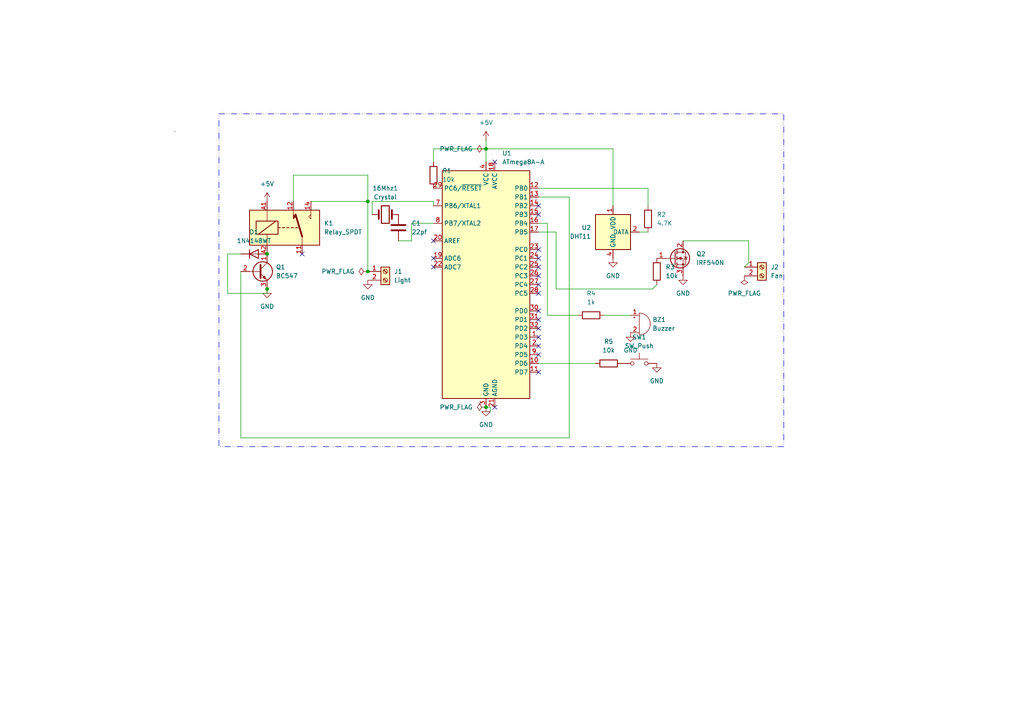
<source format=kicad_sch>
(kicad_sch (version 20250114) (generator "eeschema") (generator_version "9.0")
  (paper "A4")
  (lib_symbols
    (symbol "Connector:Screw_Terminal_01x02" (pin_names (offset 1.016) (hide yes))
      (property "Reference" "J" (at 0 2.54 0))
      (property "Value" "Screw_Terminal_01x02" (at 0 -5.08 0))
      (symbol "Screw_Terminal_01x02_1_1"
        (rectangle (start -1.27 1.27) (end 1.27 -3.81) (stroke (width 0.254)) (fill (type background)))
        (polyline (pts (xy -0.5334 0.3302) (xy 0.3302 -0.508)) (stroke (width 0.1524)))
        (polyline (pts (xy -0.5334 -2.2098) (xy 0.3302 -3.048)) (stroke (width 0.1524)))
        (polyline (pts (xy -0.3556 0.508) (xy 0.508 -0.3302)) (stroke (width 0.1524)))
        (polyline (pts (xy -0.3556 -2.032) (xy 0.508 -2.8702)) (stroke (width 0.1524)))
        (circle (center 0 0) (radius 0.635) (stroke (width 0.1524)))
        (circle (center 0 -2.54) (radius 0.635) (stroke (width 0.1524)))
        (pin passive line (at -5.08 0 0) (length 3.81) (name "Pin_1") (number "1"))
        (pin passive line (at -5.08 -2.54 0) (length 3.81) (name "Pin_2") (number "2"))
      )
    )
    (symbol "Device:Buzzer" (pin_names (offset 0.0254) (hide yes))
      (property "Reference" "BZ" (at 3.81 1.27 0))
      (property "Value" "Buzzer" (at 3.81 -1.27 0))
      (symbol "Buzzer_0_1"
        (polyline (pts (xy -1.651 1.905) (xy -1.143 1.905)))
        (polyline (pts (xy -1.397 2.159) (xy -1.397 1.651)))
        (arc (start 0 3.175) (mid 3.1612 0) (end 0 -3.175))
        (polyline (pts (xy 0 3.175) (xy 0 -3.175)))
      )
      (symbol "Buzzer_1_1"
        (pin passive line (at -2.54 2.54 0) (length 2.54) (name "+") (number "1"))
        (pin passive line (at -2.54 -2.54 0) (length 2.54) (name "-") (number "2"))
      )
    )
    (symbol "Device:C" (pin_numbers (hide yes)) (pin_names (offset 0.254))
      (property "Reference" "C" (at 0.635 2.54 0))
      (property "Value" "C" (at 0.635 -2.54 0))
      (symbol "C_0_1"
        (polyline (pts (xy -2.032 0.762) (xy 2.032 0.762)) (stroke (width 0.508)))
        (polyline (pts (xy -2.032 -0.762) (xy 2.032 -0.762)) (stroke (width 0.508)))
      )
      (symbol "C_1_1"
        (pin passive line (at 0 3.81 270) (length 2.794) (name "~") (number "1"))
        (pin passive line (at 0 -3.81 90) (length 2.794) (name "~") (number "2"))
      )
    )
    (symbol "Device:Crystal" (pin_numbers (hide yes)) (pin_names (offset 1.016) (hide yes))
      (property "Reference" "Y" (at 0 3.81 0))
      (property "Value" "Crystal" (at 0 -3.81 0))
      (symbol "Crystal_0_1"
        (polyline (pts (xy -2.54 0) (xy -1.905 0)))
        (polyline (pts (xy -1.905 -1.27) (xy -1.905 1.27)) (stroke (width 0.508)))
        (rectangle (start -1.143 2.54) (end 1.143 -2.54) (stroke (width 0.3048)))
        (polyline (pts (xy 1.905 -1.27) (xy 1.905 1.27)) (stroke (width 0.508)))
        (polyline (pts (xy 2.54 0) (xy 1.905 0)))
      )
      (symbol "Crystal_1_1"
        (pin passive line (at -3.81 0 0) (length 1.27) (name "1") (number "1"))
        (pin passive line (at 3.81 0 180) (length 1.27) (name "2") (number "2"))
      )
    )
    (symbol "Device:R" (pin_numbers (hide yes)) (pin_names (offset 0))
      (property "Reference" "R" (at 2.032 0 90))
      (property "Value" "R" (at 0 0 90))
      (symbol "R_0_1"
        (rectangle (start -1.016 -2.54) (end 1.016 2.54) (stroke (width 0.254)))
      )
      (symbol "R_1_1"
        (pin passive line (at 0 3.81 270) (length 1.27) (name "~") (number "1"))
        (pin passive line (at 0 -3.81 90) (length 1.27) (name "~") (number "2"))
      )
    )
    (symbol "Diode:1N4148WT" (pin_numbers (hide yes)) (pin_names (hide yes))
      (property "Reference" "D" (at 0 2.54 0))
      (property "Value" "1N4148WT" (at 0 -2.54 0))
      (symbol "1N4148WT_0_1"
        (polyline (pts (xy -1.27 1.27) (xy -1.27 -1.27)) (stroke (width 0.254)))
        (polyline (pts (xy 1.27 1.27) (xy 1.27 -1.27) (xy -1.27 0) (xy 1.27 1.27)) (stroke (width 0.254)))
        (polyline (pts (xy 1.27 0) (xy -1.27 0)))
      )
      (symbol "1N4148WT_1_1"
        (pin passive line (at -3.81 0 0) (length 2.54) (name "K") (number "1"))
        (pin passive line (at 3.81 0 180) (length 2.54) (name "A") (number "2"))
      )
    )
    (symbol "MCU_Microchip_ATmega:ATmega8A-A"
      (property "Reference" "U" (at -12.7 34.29 0))
      (property "Value" "ATmega8A-A" (at 5.08 -34.29 0))
      (symbol "ATmega8A-A_0_1"
        (rectangle (start -12.7 -33.02) (end 12.7 33.02) (stroke (width 0.254)) (fill (type background)))
      )
      (symbol "ATmega8A-A_1_1"
        (pin bidirectional line (at -15.24 27.94 0) (length 2.54) (name "PC6/~{RESET}") (number "29"))
        (pin bidirectional line (at -15.24 22.86 0) (length 2.54) (name "PB6/XTAL1") (number "7"))
        (pin bidirectional line (at -15.24 17.78 0) (length 2.54) (name "PB7/XTAL2") (number "8"))
        (pin passive line (at -15.24 12.7 0) (length 2.54) (name "AREF") (number "20"))
        (pin input line (at -15.24 7.62 0) (length 2.54) (name "ADC6") (number "19"))
        (pin input line (at -15.24 5.08 0) (length 2.54) (name "ADC7") (number "22"))
        (pin power_in line (at 0 35.56 270) (length 2.54) (name "VCC") (number "4"))
        (pin passive line (at 0 35.56 270) (length 2.54) (hide yes) (name "VCC") (number "6"))
        (pin power_in line (at 0 -35.56 90) (length 2.54) (name "GND") (number "3"))
        (pin passive line (at 0 -35.56 90) (length 2.54) (hide yes) (name "GND") (number "5"))
        (pin power_in line (at 2.54 35.56 270) (length 2.54) (name "AVCC") (number "18"))
        (pin power_in line (at 2.54 -35.56 90) (length 2.54) (name "AGND") (number "21"))
        (pin bidirectional line (at 15.24 27.94 180) (length 2.54) (name "PB0") (number "12"))
        (pin bidirectional line (at 15.24 25.4 180) (length 2.54) (name "PB1") (number "13"))
        (pin bidirectional line (at 15.24 22.86 180) (length 2.54) (name "PB2") (number "14"))
        (pin bidirectional line (at 15.24 20.32 180) (length 2.54) (name "PB3") (number "15"))
        (pin bidirectional line (at 15.24 17.78 180) (length 2.54) (name "PB4") (number "16"))
        (pin bidirectional line (at 15.24 15.24 180) (length 2.54) (name "PB5") (number "17"))
        (pin bidirectional line (at 15.24 10.16 180) (length 2.54) (name "PC0") (number "23"))
        (pin bidirectional line (at 15.24 7.62 180) (length 2.54) (name "PC1") (number "24"))
        (pin bidirectional line (at 15.24 5.08 180) (length 2.54) (name "PC2") (number "25"))
        (pin bidirectional line (at 15.24 2.54 180) (length 2.54) (name "PC3") (number "26"))
        (pin bidirectional line (at 15.24 0 180) (length 2.54) (name "PC4") (number "27"))
        (pin bidirectional line (at 15.24 -2.54 180) (length 2.54) (name "PC5") (number "28"))
        (pin bidirectional line (at 15.24 -7.62 180) (length 2.54) (name "PD0") (number "30"))
        (pin bidirectional line (at 15.24 -10.16 180) (length 2.54) (name "PD1") (number "31"))
        (pin bidirectional line (at 15.24 -12.7 180) (length 2.54) (name "PD2") (number "32"))
        (pin bidirectional line (at 15.24 -15.24 180) (length 2.54) (name "PD3") (number "1"))
        (pin bidirectional line (at 15.24 -17.78 180) (length 2.54) (name "PD4") (number "2"))
        (pin bidirectional line (at 15.24 -20.32 180) (length 2.54) (name "PD5") (number "9"))
        (pin bidirectional line (at 15.24 -22.86 180) (length 2.54) (name "PD6") (number "10"))
        (pin bidirectional line (at 15.24 -25.4 180) (length 2.54) (name "PD7") (number "11"))
      )
    )
    (symbol "Relay:Relay_SPDT"
      (property "Reference" "K" (at 11.43 3.81 0))
      (property "Value" "Relay_SPDT" (at 11.43 1.27 0))
      (symbol "Relay_SPDT_0_0"
        (polyline (pts (xy 7.62 5.08) (xy 7.62 2.54) (xy 6.985 3.175) (xy 7.62 3.81)))
      )
      (symbol "Relay_SPDT_0_1"
        (rectangle (start -10.16 5.08) (end 10.16 -5.08) (stroke (width 0.254)) (fill (type background)))
        (rectangle (start -8.255 1.905) (end -1.905 -1.905) (stroke (width 0.254)))
        (polyline (pts (xy -7.62 -1.905) (xy -2.54 1.905)) (stroke (width 0.254)))
        (polyline (pts (xy -5.08 5.08) (xy -5.08 1.905)))
        (polyline (pts (xy -5.08 -5.08) (xy -5.08 -1.905)))
        (polyline (pts (xy -1.905 0) (xy -1.27 0)) (stroke (width 0.254)))
        (polyline (pts (xy -0.635 0) (xy 0 0)) (stroke (width 0.254)))
        (polyline (pts (xy 0.635 0) (xy 1.27 0)) (stroke (width 0.254)))
        (polyline (pts (xy 1.905 0) (xy 2.54 0)) (stroke (width 0.254)))
        (polyline (pts (xy 2.54 5.08) (xy 2.54 2.54) (xy 3.175 3.175) (xy 2.54 3.81)) (fill (type outline)))
        (polyline (pts (xy 3.175 0) (xy 3.81 0)) (stroke (width 0.254)))
        (polyline (pts (xy 5.08 -2.54) (xy 3.175 3.81)) (stroke (width 0.508)))
        (polyline (pts (xy 5.08 -2.54) (xy 5.08 -5.08)))
      )
      (symbol "Relay_SPDT_1_1"
        (pin passive line (at -5.08 7.62 270) (length 2.54) (name "~") (number "A1"))
        (pin passive line (at -5.08 -7.62 90) (length 2.54) (name "~") (number "A2"))
        (pin passive line (at 2.54 7.62 270) (length 2.54) (name "~") (number "12"))
        (pin passive line (at 5.08 -7.62 90) (length 2.54) (name "~") (number "11"))
        (pin passive line (at 7.62 7.62 270) (length 2.54) (name "~") (number "14"))
      )
    )
    (symbol "Sensor:DHT11"
      (property "Reference" "U" (at -3.81 6.35 0))
      (property "Value" "DHT11" (at 3.81 6.35 0))
      (symbol "DHT11_0_1"
        (rectangle (start -5.08 5.08) (end 5.08 -5.08) (stroke (width 0.254)) (fill (type background)))
      )
      (symbol "DHT11_1_1"
        (pin no_connect line (at -5.08 0 0) (length 2.54) (hide yes) (name "NC") (number "3"))
        (pin power_in line (at 0 7.62 270) (length 2.54) (name "VDD") (number "1"))
        (pin power_in line (at 0 -7.62 90) (length 2.54) (name "GND") (number "4"))
        (pin bidirectional line (at 7.62 0 180) (length 2.54) (name "DATA") (number "2"))
      )
    )
    (symbol "Switch:SW_Push" (pin_numbers (hide yes)) (pin_names (offset 1.016) (hide yes))
      (property "Reference" "SW" (at 1.27 2.54 0))
      (property "Value" "SW_Push" (at 0 -1.524 0))
      (symbol "SW_Push_0_1"
        (circle (center -2.032 0) (radius 0.508))
        (polyline (pts (xy 0 1.27) (xy 0 3.048)))
        (circle (center 2.032 0) (radius 0.508))
        (polyline (pts (xy 2.54 1.27) (xy -2.54 1.27)))
        (pin passive line (at -5.08 0 0) (length 2.54) (name "1") (number "1"))
        (pin passive line (at 5.08 0 180) (length 2.54) (name "2") (number "2"))
      )
    )
    (symbol "Transistor_BJT:BC547" (pin_names (offset 0) (hide yes))
      (property "Reference" "Q" (at 5.08 1.905 0))
      (property "Value" "BC547" (at 5.08 0 0))
      (symbol "BC547_0_1"
        (polyline (pts (xy -2.54 0) (xy 0.635 0)))
        (polyline (pts (xy 0.635 1.905) (xy 0.635 -1.905)) (stroke (width 0.508)))
        (circle (center 1.27 0) (radius 2.8194) (stroke (width 0.254)))
      )
      (symbol "BC547_1_1"
        (polyline (pts (xy 0.635 0.635) (xy 2.54 2.54)))
        (polyline (pts (xy 0.635 -0.635) (xy 2.54 -2.54)))
        (polyline (pts (xy 1.27 -1.778) (xy 1.778 -1.27) (xy 2.286 -2.286) (xy 1.27 -1.778)) (fill (type outline)))
        (pin input line (at -5.08 0 0) (length 2.54) (name "B") (number "2"))
        (pin passive line (at 2.54 5.08 270) (length 2.54) (name "C") (number "1"))
        (pin passive line (at 2.54 -5.08 90) (length 2.54) (name "E") (number "3"))
      )
    )
    (symbol "Transistor_FET:IRF540N" (pin_names (hide yes))
      (property "Reference" "Q" (at 5.08 1.905 0))
      (property "Value" "IRF540N" (at 5.08 0 0))
      (symbol "IRF540N_0_1"
        (polyline (pts (xy 0.254 1.905) (xy 0.254 -1.905)) (stroke (width 0.254)))
        (polyline (pts (xy 0.254 0) (xy -2.54 0)))
        (polyline (pts (xy 0.762 2.286) (xy 0.762 1.27)) (stroke (width 0.254)))
        (polyline (pts (xy 0.762 0.508) (xy 0.762 -0.508)) (stroke (width 0.254)))
        (polyline (pts (xy 0.762 -1.27) (xy 0.762 -2.286)) (stroke (width 0.254)))
        (polyline (pts (xy 0.762 -1.778) (xy 3.302 -1.778) (xy 3.302 1.778) (xy 0.762 1.778)))
        (polyline (pts (xy 1.016 0) (xy 2.032 0.381) (xy 2.032 -0.381) (xy 1.016 0)) (fill (type outline)))
        (circle (center 1.651 0) (radius 2.794) (stroke (width 0.254)))
        (polyline (pts (xy 2.54 2.54) (xy 2.54 1.778)))
        (circle (center 2.54 1.778) (radius 0.254) (fill (type outline)))
        (circle (center 2.54 -1.778) (radius 0.254) (fill (type outline)))
        (polyline (pts (xy 2.54 -2.54) (xy 2.54 0) (xy 0.762 0)))
        (polyline (pts (xy 2.794 0.508) (xy 2.921 0.381) (xy 3.683 0.381) (xy 3.81 0.254)))
        (polyline (pts (xy 3.302 0.381) (xy 2.921 -0.254) (xy 3.683 -0.254) (xy 3.302 0.381)))
      )
      (symbol "IRF540N_1_1"
        (pin input line (at -5.08 0 0) (length 2.54) (name "G") (number "1"))
        (pin passive line (at 2.54 5.08 270) (length 2.54) (name "D") (number "2"))
        (pin passive line (at 2.54 -5.08 90) (length 2.54) (name "S") (number "3"))
      )
    )
    (symbol "power:+5V" (power) (pin_numbers (hide yes)) (pin_names (offset 0) (hide yes))
      (property "Value" "+5V" (at 0 3.556 0))
      (symbol "+5V_0_1"
        (polyline (pts (xy -0.762 1.27) (xy 0 2.54)))
        (polyline (pts (xy 0 2.54) (xy 0.762 1.27)))
        (polyline (pts (xy 0 0) (xy 0 2.54)))
      )
      (symbol "+5V_1_1"
        (pin power_in line (at 0 0 90) (length 0) (name "~") (number "1"))
      )
    )
    (symbol "power:GND" (power) (pin_numbers (hide yes)) (pin_names (offset 0) (hide yes))
      (property "Value" "GND" (at 0 -3.81 0))
      (symbol "GND_0_1"
        (polyline (pts (xy 0 0) (xy 0 -1.27) (xy 1.27 -1.27) (xy 0 -2.54) (xy -1.27 -1.27) (xy 0 -1.27)))
      )
      (symbol "GND_1_1"
        (pin power_in line (at 0 0 270) (length 0) (name "~") (number "1"))
      )
    )
    (symbol "power:PWR_FLAG" (power) (pin_numbers (hide yes)) (pin_names (offset 0) (hide yes))
      (property "Value" "PWR_FLAG" (at 0 3.81 0))
      (symbol "PWR_FLAG_0_0"
        (pin power_out line (at 0 0 90) (length 0) (name "~") (number "1"))
      )
      (symbol "PWR_FLAG_0_1"
        (polyline (pts (xy 0 0) (xy 0 1.27) (xy -1.016 1.905) (xy 0 2.54) (xy 1.016 1.905) (xy 0 1.27)))
      )
    )
  )
  (rectangle (start 50.7746 38.0746) (end 50.8 38.1))
  (rectangle (start 63.5 33.02) (end 227.33 129.54) (stroke (width 0) (type dash_dot_dot)))
  (junction (at 140.97 43.18))
  (junction (at 77.47 73.66))
  (junction (at 106.68 58.42))
  (junction (at 77.47 83.82))
  (junction (at 106.68 78.74))
  (junction (at 140.97 118.11))
  (no_connect (at 156.21 92.71))
  (no_connect (at 125.73 69.85))
  (no_connect (at 156.21 90.17))
  (no_connect (at 156.21 62.23))
  (no_connect (at 125.73 77.47))
  (no_connect (at 156.21 97.79))
  (no_connect (at 156.21 82.55))
  (no_connect (at 156.21 85.09))
  (no_connect (at 156.21 74.93))
  (no_connect (at 143.51 118.11))
  (no_connect (at 87.63 73.66))
  (no_connect (at 143.51 46.99))
  (no_connect (at 156.21 102.87))
  (no_connect (at 125.73 74.93))
  (no_connect (at 156.21 59.69))
  (no_connect (at 156.21 77.47))
  (no_connect (at 156.21 100.33))
  (no_connect (at 156.21 107.95))
  (no_connect (at 156.21 72.39))
  (no_connect (at 156.21 95.25))
  (no_connect (at 156.21 80.01))
  (wire (pts (xy 90.17 58.42) (xy 106.68 58.42)))
  (wire (pts (xy 217.17 76.2) (xy 215.9 77.47)))
  (wire (pts (xy 77.47 83.82) (xy 77.47 85.09)))
  (wire (pts (xy 119.38 64.77) (xy 125.73 64.77)))
  (wire (pts (xy 156.21 105.41) (xy 172.72 105.41)))
  (wire (pts (xy 189.23 83.82) (xy 190.5 82.55)))
  (wire (pts (xy 156.21 54.61) (xy 187.96 54.61)))
  (wire (pts (xy 156.21 64.77) (xy 158.75 64.77)))
  (wire (pts (xy 175.26 91.44) (xy 182.88 91.44)))
  (wire (pts (xy 140.97 43.18) (xy 177.8 43.18)))
  (wire (pts (xy 161.29 83.82) (xy 189.23 83.82)))
  (wire (pts (xy 198.12 69.85) (xy 217.17 69.85)))
  (wire (pts (xy 85.09 50.8) (xy 106.68 50.8)))
  (wire (pts (xy 140.97 40.64) (xy 140.97 43.18)))
  (wire (pts (xy 177.8 43.18) (xy 177.8 59.69)))
  (wire (pts (xy 185.42 67.31) (xy 187.96 67.31)))
  (wire (pts (xy 125.73 43.18) (xy 125.73 46.99)))
  (wire (pts (xy 187.96 54.61) (xy 187.96 59.69)))
  (wire (pts (xy 107.95 58.42) (xy 125.73 58.42)))
  (wire (pts (xy 156.21 57.15) (xy 165.1 57.15)))
  (wire (pts (xy 125.73 58.42) (xy 125.73 59.69)))
  (wire (pts (xy 66.04 85.09) (xy 77.47 85.09)))
  (wire (pts (xy 106.68 50.8) (xy 106.68 58.42)))
  (wire (pts (xy 161.29 67.31) (xy 161.29 83.82)))
  (wire (pts (xy 69.85 78.74) (xy 69.85 127)))
  (wire (pts (xy 115.57 69.85) (xy 119.38 69.85)))
  (wire (pts (xy 85.09 50.8) (xy 85.09 58.42)))
  (wire (pts (xy 125.73 43.18) (xy 140.97 43.18)))
  (wire (pts (xy 107.95 58.42) (xy 107.95 62.23)))
  (wire (pts (xy 142.24 119.38) (xy 142.24 118.11)))
  (wire (pts (xy 69.85 127) (xy 165.1 127)))
  (wire (pts (xy 106.68 58.42) (xy 106.68 78.74)))
  (wire (pts (xy 119.38 64.77) (xy 119.38 69.85)))
  (wire (pts (xy 217.17 69.85) (xy 217.17 76.2)))
  (wire (pts (xy 140.97 43.18) (xy 140.97 46.99)))
  (wire (pts (xy 165.1 57.15) (xy 165.1 127)))
  (wire (pts (xy 66.04 73.66) (xy 69.85 73.66)))
  (wire (pts (xy 142.24 118.11) (xy 140.97 118.11)))
  (wire (pts (xy 158.75 64.77) (xy 158.75 91.44)))
  (wire (pts (xy 158.75 91.44) (xy 167.64 91.44)))
  (wire (pts (xy 66.04 73.66) (xy 66.04 85.09)))
  (wire (pts (xy 156.21 67.31) (xy 161.29 67.31)))
  (symbol (lib_id "Device:R") (at 187.96 63.5 0) (unit 1)
    (property "Reference" "R2" (at 190.5 62.2299 0) (effects (justify left)))
    (property "Value" "4.7K" (at 190.5 64.7699 0) (effects (justify left)))
    (property "Footprint" "Resistor_SMD:R_2512_6332Metric" (effects (hide yes)))
    (property "Description" "Resistor" (effects (hide yes)))
  )
  (symbol (lib_id "power:PWR_FLAG") (at 140.97 118.11 90) (unit 1)
    (property "Reference" "#FLG02" (effects (hide yes)))
    (property "Value" "PWR_FLAG" (at 137.16 118.1099 90) (effects (justify left)))
    (property "Description" "Special symbol for telling ERC where power comes from" (effects (hide yes)))
  )
  (symbol (lib_id "power:GND") (at 177.8 74.93 0) (unit 1)
    (property "Reference" "#PWR09" (effects (hide yes)))
    (property "Value" "GND" (at 177.8 80.01 0))
    (property "Description" "Power symbol creates a global label with name \"GND\" , ground" (effects (hide yes)))
  )
  (symbol (lib_id "power:PWR_FLAG") (at 215.9 80.01 180) (unit 1)
    (property "Reference" "#FLG06" (effects (hide yes)))
    (property "Value" "PWR_FLAG" (at 215.9 85.09 0))
    (property "Description" "Special symbol for telling ERC where power comes from" (effects (hide yes)))
  )
  (symbol (lib_id "power:+5V") (at 77.47 58.42 0) (unit 1)
    (property "Reference" "#PWR03" (effects (hide yes)))
    (property "Value" "+5V" (at 77.47 53.34 0))
    (property "Description" "Power symbol creates a global label with name \"+5V\"" (effects (hide yes)))
  )
  (symbol (lib_id "Device:Crystal") (at 111.76 62.23 0) (unit 1)
    (property "Reference" "16Mhz1" (at 111.76 54.61 0))
    (property "Value" "Crystal" (at 111.76 57.15 0))
    (property "Footprint" "Crystal:Crystal_C38-LF_D3.0mm_L8.0mm_Vertical" (effects (hide yes)))
    (property "Description" "Two pin crystal" (effects (hide yes)))
  )
  (symbol (lib_id "Device:R") (at 125.73 50.8 0) (unit 1)
    (property "Reference" "R1" (at 128.27 49.5299 0) (effects (justify left)))
    (property "Value" "10k" (at 128.27 52.0699 0) (effects (justify left)))
    (property "Footprint" "Resistor_SMD:R_2512_6332Metric" (effects (hide yes)))
    (property "Description" "Resistor" (effects (hide yes)))
  )
  (symbol (lib_id "power:GND") (at 106.68 81.28 0) (unit 1)
    (property "Reference" "#PWR06" (effects (hide yes)))
    (property "Value" "GND" (at 106.68 86.36 0))
    (property "Description" "Power symbol creates a global label with name \"GND\" , ground" (effects (hide yes)))
  )
  (symbol (lib_id "power:+5V") (at 140.97 40.64 0) (unit 1)
    (property "Reference" "#PWR01" (effects (hide yes)))
    (property "Value" "+5V" (at 140.97 35.56 0))
    (property "Description" "Power symbol creates a global label with name \"+5V\"" (effects (hide yes)))
  )
  (symbol (lib_id "power:PWR_FLAG") (at 140.97 43.18 90) (unit 1)
    (property "Reference" "#FLG04" (effects (hide yes)))
    (property "Value" "PWR_FLAG" (at 137.16 43.1799 90) (effects (justify left)))
    (property "Description" "Special symbol for telling ERC where power comes from" (effects (hide yes)))
  )
  (symbol (lib_id "Device:Buzzer") (at 185.42 93.98 0) (unit 1)
    (property "Reference" "BZ1" (at 189.23 92.7099 0) (effects (justify left)))
    (property "Value" "Buzzer" (at 189.23 95.2499 0) (effects (justify left)))
    (property "Footprint" "Buzzer_Beeper:MagneticBuzzer_ProSignal_ABI-009-RC" (effects (hide yes)))
    (property "Description" "Buzzer, polarized" (effects (hide yes)))
  )
  (symbol (lib_id "power:PWR_FLAG") (at 106.68 78.74 90) (unit 1)
    (property "Reference" "#FLG03" (effects (hide yes)))
    (property "Value" "PWR_FLAG" (at 102.87 78.7399 90) (effects (justify left)))
    (property "Description" "Special symbol for telling ERC where power comes from" (effects (hide yes)))
  )
  (symbol (lib_id "Device:R") (at 176.53 105.41 270) (unit 1)
    (property "Reference" "R5" (at 176.53 99.06 90))
    (property "Value" "10k" (at 176.53 101.6 90))
    (property "Footprint" "Resistor_SMD:R_2512_6332Metric" (effects (hide yes)))
    (property "Description" "Resistor" (effects (hide yes)))
  )
  (symbol (lib_id "Transistor_FET:IRF540N") (at 195.58 74.93 0) (unit 1)
    (property "Reference" "Q2" (at 201.93 73.6599 0) (effects (justify left)))
    (property "Value" "IRF540N" (at 201.93 76.1999 0) (effects (justify left)))
    (property "Footprint" "Package_TO_SOT_THT:TO-220-3_Vertical" (effects (hide yes)))
    (property "Datasheet" "http://www.irf.com/product-info/datasheets/data/irf540n.pdf" (effects (hide yes)))
    (property "Description" "33A Id, 100V Vds, HEXFET N-Channel MOSFET, TO-220" (effects (hide yes)))
  )
  (symbol (lib_id "power:GND") (at 182.88 96.52 0) (unit 1)
    (property "Reference" "#PWR08" (effects (hide yes)))
    (property "Value" "GND" (at 182.88 101.6 0))
    (property "Description" "Power symbol creates a global label with name \"GND\" , ground" (effects (hide yes)))
  )
  (symbol (lib_id "Connector:Screw_Terminal_01x02") (at 220.98 77.47 0) (unit 1)
    (property "Reference" "J2" (at 223.52 77.4699 0) (effects (justify left)))
    (property "Value" "Fan" (at 223.52 80.0099 0) (effects (justify left)))
    (property "Footprint" "TerminalBlock:TerminalBlock_MaiXu_MX126-5.0-02P_1x02_P5.00mm" (effects (hide yes)))
    (property "Description" "Generic screw terminal, single row, 01x02, script generated (kicad-library-utils/schlib/autogen/connector/)" (effects (hide yes)))
  )
  (symbol (lib_id "Sensor:DHT11") (at 177.8 67.31 0) (unit 1)
    (property "Reference" "U2" (at 171.45 66.0399 0) (effects (justify right)))
    (property "Value" "DHT11" (at 171.45 68.5799 0) (effects (justify right)))
    (property "Footprint" "Sensor:Aosong_DHT11_5.5x12.0_P2.54mm" (effects (hide yes)))
    (property "Datasheet" "http://akizukidenshi.com/download/ds/aosong/DHT11.pdf" (effects (hide yes)))
    (property "Description" "3.3V to 5.5V, temperature and humidity module, DHT11" (effects (hide yes)))
  )
  (symbol (lib_id "MCU_Microchip_ATmega:ATmega8A-A") (at 140.97 82.55 0) (unit 1)
    (property "Reference" "U1" (at 145.6533 44.45 0) (effects (justify left)))
    (property "Value" "ATmega8A-A" (at 145.6533 46.99 0) (effects (justify left)))
    (property "Footprint" "Package_QFP:TQFP-32_7x7mm_P0.8mm" (effects (hide yes)))
    (property "Datasheet" "http://ww1.microchip.com/downloads/en/DeviceDoc/Microchip%208bit%20mcu%20AVR%20ATmega8A%20data%20sheet%2040001974A.pdf" (effects (hide yes)))
    (property "Description" "16MHz, 8kB Flash, 1kB SRAM, 512B EEPROM, TQFP-32" (effects (hide yes)))
  )
  (symbol (lib_id "power:GND") (at 190.5 105.41 0) (unit 1)
    (property "Reference" "#PWR07" (effects (hide yes)))
    (property "Value" "GND" (at 190.5 110.49 0))
    (property "Description" "Power symbol creates a global label with name \"GND\" , ground" (effects (hide yes)))
  )
  (symbol (lib_id "Switch:SW_Push") (at 185.42 105.41 0) (unit 1)
    (property "Reference" "SW1" (at 185.42 97.79 0))
    (property "Value" "SW_Push" (at 185.42 100.33 0))
    (property "Footprint" "Button_Switch_SMD:SW_SPST_B3U-3000P" (effects (hide yes)))
    (property "Description" "Push button switch, generic, two pins" (effects (hide yes)))
  )
  (symbol (lib_id "Diode:1N4148WT") (at 73.66 73.66 0) (unit 1)
    (property "Reference" "D1" (at 73.66 67.31 0))
    (property "Value" "1N4148WT" (at 73.66 69.85 0))
    (property "Footprint" "Diode_SMD:D_SOD-523" (effects (hide yes)))
    (property "Datasheet" "https://www.diodes.com/assets/Datasheets/ds30396.pdf" (effects (hide yes)))
    (property "Description" "75V 0.15A Fast switching Diode, SOD-523" (effects (hide yes)))
    (property "Sim.Device" "D" (effects (hide yes)))
    (property "Sim.Pins" "1=K 2=A" (effects (hide yes)))
  )
  (symbol (lib_id "Device:C") (at 115.57 66.04 0) (unit 1)
    (property "Reference" "C1" (at 119.38 64.7699 0) (effects (justify left)))
    (property "Value" "22pf" (at 119.38 67.3099 0) (effects (justify left)))
    (property "Footprint" "Capacitor_THT:C_Disc_D14.5mm_W5.0mm_P7.50mm" (effects (hide yes)))
    (property "Description" "Unpolarized capacitor" (effects (hide yes)))
  )
  (symbol (lib_id "Device:R") (at 171.45 91.44 90) (unit 1)
    (property "Reference" "R4" (at 171.45 85.09 90))
    (property "Value" "1k" (at 171.45 87.63 90))
    (property "Footprint" "Resistor_SMD:R_2512_6332Metric" (effects (hide yes)))
    (property "Description" "Resistor" (effects (hide yes)))
  )
  (symbol (lib_id "Relay:Relay_SPDT") (at 82.55 66.04 0) (unit 1)
    (property "Reference" "K1" (at 93.98 64.7699 0) (effects (justify left)))
    (property "Value" "Relay_SPDT" (at 93.98 67.3099 0) (effects (justify left)))
    (property "Footprint" "Relay_THT:Relay_SPDT_Panasonic_DR-L" (effects (hide yes)))
    (property "Description" "Relay SPDT, monostable, EN50005" (effects (hide yes)))
  )
  (symbol (lib_id "power:GND") (at 198.12 80.01 0) (unit 1)
    (property "Reference" "#PWR05" (effects (hide yes)))
    (property "Value" "GND" (at 198.12 85.09 0))
    (property "Description" "Power symbol creates a global label with name \"GND\" , ground" (effects (hide yes)))
  )
  (symbol (lib_id "power:GND") (at 77.47 83.82 0) (unit 1)
    (property "Reference" "#PWR04" (effects (hide yes)))
    (property "Value" "GND" (at 77.47 88.9 0))
    (property "Description" "Power symbol creates a global label with name \"GND\" , ground" (effects (hide yes)))
  )
  (symbol (lib_id "Device:R") (at 190.5 78.74 0) (unit 1)
    (property "Reference" "R3" (at 193.04 77.4699 0) (effects (justify left)))
    (property "Value" "10k" (at 193.04 80.0099 0) (effects (justify left)))
    (property "Footprint" "Resistor_SMD:R_2512_6332Metric" (effects (hide yes)))
    (property "Description" "Resistor" (effects (hide yes)))
  )
  (symbol (lib_id "power:GND") (at 140.97 118.11 0) (unit 1)
    (property "Reference" "#PWR02" (effects (hide yes)))
    (property "Value" "GND" (at 140.97 123.19 0))
    (property "Description" "Power symbol creates a global label with name \"GND\" , ground" (effects (hide yes)))
  )
  (symbol (lib_id "Transistor_BJT:BC547") (at 74.93 78.74 0) (unit 1)
    (property "Reference" "Q1" (at 80.01 77.4699 0) (effects (justify left)))
    (property "Value" "BC547" (at 80.01 80.0099 0) (effects (justify left)))
    (property "Footprint" "Package_TO_SOT_THT:TO-92_Inline" (effects (hide yes)))
    (property "Datasheet" "https://www.onsemi.com/pub/Collateral/BC550-D.pdf" (effects (hide yes)))
    (property "Description" "0.1A Ic, 45V Vce, Small Signal NPN Transistor, TO-92" (effects (hide yes)))
  )
  (symbol (lib_id "Connector:Screw_Terminal_01x02") (at 111.76 78.74 0) (unit 1)
    (property "Reference" "J1" (at 114.3 78.7399 0) (effects (justify left)))
    (property "Value" "Light" (at 114.3 81.2799 0) (effects (justify left)))
    (property "Footprint" "TerminalBlock:TerminalBlock_MaiXu_MX126-5.0-02P_1x02_P5.00mm" (effects (hide yes)))
    (property "Description" "Generic screw terminal, single row, 01x02, script generated (kicad-library-utils/schlib/autogen/connector/)" (effects (hide yes)))
  )
)
</source>
